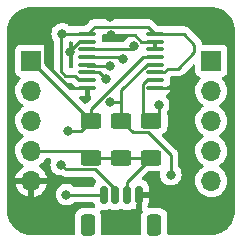
<source format=gbr>
%TF.GenerationSoftware,KiCad,Pcbnew,(6.0.0-0)*%
%TF.CreationDate,2022-02-05T18:01:00-08:00*%
%TF.ProjectId,pca9633pw-breakout,70636139-3633-4337-9077-2d627265616b,v1*%
%TF.SameCoordinates,Original*%
%TF.FileFunction,Copper,L1,Top*%
%TF.FilePolarity,Positive*%
%FSLAX46Y46*%
G04 Gerber Fmt 4.6, Leading zero omitted, Abs format (unit mm)*
G04 Created by KiCad (PCBNEW (6.0.0-0)) date 2022-02-05 18:01:00*
%MOMM*%
%LPD*%
G01*
G04 APERTURE LIST*
G04 Aperture macros list*
%AMRoundRect*
0 Rectangle with rounded corners*
0 $1 Rounding radius*
0 $2 $3 $4 $5 $6 $7 $8 $9 X,Y pos of 4 corners*
0 Add a 4 corners polygon primitive as box body*
4,1,4,$2,$3,$4,$5,$6,$7,$8,$9,$2,$3,0*
0 Add four circle primitives for the rounded corners*
1,1,$1+$1,$2,$3*
1,1,$1+$1,$4,$5*
1,1,$1+$1,$6,$7*
1,1,$1+$1,$8,$9*
0 Add four rect primitives between the rounded corners*
20,1,$1+$1,$2,$3,$4,$5,0*
20,1,$1+$1,$4,$5,$6,$7,0*
20,1,$1+$1,$6,$7,$8,$9,0*
20,1,$1+$1,$8,$9,$2,$3,0*%
G04 Aperture macros list end*
%TA.AperFunction,SMDPad,CuDef*%
%ADD10RoundRect,0.100000X-0.637500X-0.100000X0.637500X-0.100000X0.637500X0.100000X-0.637500X0.100000X0*%
%TD*%
%TA.AperFunction,SMDPad,CuDef*%
%ADD11RoundRect,0.250000X0.625000X-0.400000X0.625000X0.400000X-0.625000X0.400000X-0.625000X-0.400000X0*%
%TD*%
%TA.AperFunction,ComponentPad*%
%ADD12R,1.700000X1.700000*%
%TD*%
%TA.AperFunction,ComponentPad*%
%ADD13O,1.700000X1.700000*%
%TD*%
%TA.AperFunction,SMDPad,CuDef*%
%ADD14RoundRect,0.150000X0.150000X0.625000X-0.150000X0.625000X-0.150000X-0.625000X0.150000X-0.625000X0*%
%TD*%
%TA.AperFunction,SMDPad,CuDef*%
%ADD15RoundRect,0.250000X0.350000X0.650000X-0.350000X0.650000X-0.350000X-0.650000X0.350000X-0.650000X0*%
%TD*%
%TA.AperFunction,ViaPad*%
%ADD16C,0.800000*%
%TD*%
%TA.AperFunction,Conductor*%
%ADD17C,0.250000*%
%TD*%
G04 APERTURE END LIST*
D10*
%TO.P,U1,16,Vdd*%
%TO.N,+5V*%
X152722500Y-68845000D03*
%TO.P,U1,15,A6*%
%TO.N,GND*%
X152722500Y-69495000D03*
%TO.P,U1,14,A5*%
X152722500Y-70145000D03*
%TO.P,U1,13,SDA*%
%TO.N,/SDA*%
X152722500Y-70795000D03*
%TO.P,U1,12,SCL*%
%TO.N,/SCL*%
X152722500Y-71445000D03*
%TO.P,U1,11,A4*%
%TO.N,+5V*%
X152722500Y-72095000D03*
%TO.P,U1,10,OE*%
%TO.N,/~{OE}*%
X152722500Y-72745000D03*
%TO.P,U1,9,Vss*%
%TO.N,GND*%
X152722500Y-73395000D03*
%TO.P,U1,8,A3*%
X146997500Y-73395000D03*
%TO.P,U1,7,A2*%
%TO.N,+5V*%
X146997500Y-72745000D03*
%TO.P,U1,6,LED3*%
%TO.N,/LED3*%
X146997500Y-72095000D03*
%TO.P,U1,5,LED2*%
%TO.N,/LED2*%
X146997500Y-71445000D03*
%TO.P,U1,4,LED1*%
%TO.N,/LED1*%
X146997500Y-70795000D03*
%TO.P,U1,3,LED0*%
%TO.N,/LED0*%
X146997500Y-70145000D03*
%TO.P,U1,2,A1*%
%TO.N,GND*%
X146997500Y-69495000D03*
%TO.P,U1,1,A0*%
%TO.N,+5V*%
X146997500Y-68845000D03*
%TD*%
D11*
%TO.P,R3,1*%
%TO.N,+5V*%
X152400000Y-79315000D03*
%TO.P,R3,2*%
%TO.N,/~{OE}*%
X152400000Y-76215000D03*
%TD*%
%TO.P,R2,2*%
%TO.N,/SCL*%
X149860000Y-76215000D03*
%TO.P,R2,1*%
%TO.N,+5V*%
X149860000Y-79315000D03*
%TD*%
%TO.P,R1,2*%
%TO.N,/SDA*%
X147320000Y-76215000D03*
%TO.P,R1,1*%
%TO.N,+5V*%
X147320000Y-79315000D03*
%TD*%
D12*
%TO.P,J3,1,Pin_1*%
%TO.N,/LED0*%
X157480000Y-71125000D03*
D13*
%TO.P,J3,2,Pin_2*%
%TO.N,/LED1*%
X157480000Y-73665000D03*
%TO.P,J3,3,Pin_3*%
%TO.N,/LED2*%
X157480000Y-76205000D03*
%TO.P,J3,4,Pin_4*%
%TO.N,/LED3*%
X157480000Y-78745000D03*
%TO.P,J3,5,Pin_5*%
%TO.N,unconnected-(J3-Pad5)*%
X157480000Y-81285000D03*
%TD*%
D14*
%TO.P,J2,1,Pin_1*%
%TO.N,GND*%
X151360000Y-82460000D03*
%TO.P,J2,2,Pin_2*%
%TO.N,+5V*%
X150360000Y-82460000D03*
%TO.P,J2,3,Pin_3*%
%TO.N,/SDA*%
X149360000Y-82460000D03*
%TO.P,J2,4,Pin_4*%
%TO.N,/SCL*%
X148360000Y-82460000D03*
D15*
%TO.P,J2,MP*%
%TO.N,N/C*%
X152660000Y-84985000D03*
X147060000Y-84985000D03*
%TD*%
D12*
%TO.P,J1,1,Pin_1*%
%TO.N,/SDA*%
X142240000Y-71125000D03*
D13*
%TO.P,J1,2,Pin_2*%
%TO.N,/SCL*%
X142240000Y-73665000D03*
%TO.P,J1,3,Pin_3*%
%TO.N,/~{OE}*%
X142240000Y-76205000D03*
%TO.P,J1,4,Pin_4*%
%TO.N,+5V*%
X142240000Y-78745000D03*
%TO.P,J1,5,Pin_5*%
%TO.N,GND*%
X142240000Y-81285000D03*
%TD*%
D16*
%TO.N,GND*%
X148980000Y-68960000D03*
X155170000Y-72650000D03*
X142690000Y-67690000D03*
X145500000Y-70410000D03*
X148890000Y-67390000D03*
%TO.N,/SCL*%
X154060000Y-80770000D03*
%TO.N,/SDA*%
X145360000Y-77070000D03*
X144770000Y-79910000D03*
%TO.N,/SCL*%
X145220000Y-82460000D03*
%TO.N,+5V*%
X144860000Y-68840000D03*
%TO.N,/LED3*%
X148570000Y-72660000D03*
%TO.N,/LED2*%
X148880000Y-71530000D03*
%TO.N,/LED1*%
X150030000Y-71010000D03*
%TO.N,/LED0*%
X150920000Y-69900000D03*
%TO.N,/~{OE}*%
X153030000Y-74840000D03*
%TO.N,/SCL*%
X148920000Y-74630000D03*
%TD*%
D17*
%TO.N,+5V*%
X152722500Y-68845000D02*
X152112989Y-68235489D01*
X147607011Y-68235489D02*
X146997500Y-68845000D01*
X152112989Y-68235489D02*
X147607011Y-68235489D01*
%TO.N,GND*%
X152722500Y-69495000D02*
X151539614Y-69495000D01*
X151539614Y-69495000D02*
X151004614Y-68960000D01*
X151004614Y-68960000D02*
X148980000Y-68960000D01*
X152722500Y-73395000D02*
X154425000Y-73395000D01*
X154425000Y-73395000D02*
X155170000Y-72650000D01*
%TO.N,+5V*%
X153784520Y-71795480D02*
X154679134Y-71795480D01*
X155145000Y-68845000D02*
X152722500Y-68845000D01*
X154679134Y-71795480D02*
X156054511Y-70420103D01*
X156054511Y-69754511D02*
X155145000Y-68845000D01*
X156054511Y-70420103D02*
X156054511Y-69754511D01*
%TO.N,/~{OE}*%
X153030000Y-74840000D02*
X153030000Y-75585000D01*
X153030000Y-75585000D02*
X152400000Y-76215000D01*
%TO.N,/SCL*%
X149860000Y-76215000D02*
X149860000Y-74750000D01*
X149860000Y-74750000D02*
X149860000Y-73619639D01*
X148920000Y-74630000D02*
X149740000Y-74630000D01*
X149740000Y-74630000D02*
X149860000Y-74750000D01*
%TO.N,GND*%
X146997500Y-73395000D02*
X145509283Y-73395000D01*
X145509283Y-73395000D02*
X143420000Y-71305717D01*
X143420000Y-71305717D02*
X143420000Y-67670000D01*
X146997500Y-69495000D02*
X146309639Y-69495000D01*
X146309639Y-69495000D02*
X145500000Y-70304639D01*
X145500000Y-70304639D02*
X145500000Y-70410000D01*
%TO.N,+5V*%
X145120841Y-72370841D02*
X144775489Y-72025489D01*
X144775489Y-72025489D02*
X144775489Y-68924511D01*
X144775489Y-68924511D02*
X144860000Y-68840000D01*
X145935480Y-72370841D02*
X145120841Y-72370841D01*
%TO.N,/SCL*%
X154060000Y-80770000D02*
X154060000Y-79137507D01*
X152112013Y-77189520D02*
X150834520Y-77189520D01*
X154060000Y-79137507D02*
X152112013Y-77189520D01*
X150834520Y-77189520D02*
X149860000Y-76215000D01*
%TO.N,/SDA*%
X145360000Y-77070000D02*
X146465000Y-77070000D01*
X146465000Y-77070000D02*
X147320000Y-76215000D01*
X149360000Y-82460000D02*
X149360000Y-82013928D01*
X145149520Y-80289520D02*
X144770000Y-79910000D01*
X149360000Y-82013928D02*
X147635592Y-80289520D01*
X147635592Y-80289520D02*
X145149520Y-80289520D01*
%TO.N,/SCL*%
X148360000Y-82460000D02*
X145220000Y-82460000D01*
%TO.N,+5V*%
X144860000Y-68840000D02*
X146992500Y-68840000D01*
X146992500Y-68840000D02*
X146997500Y-68845000D01*
X146997500Y-72745000D02*
X146309639Y-72745000D01*
X146309639Y-72745000D02*
X145935480Y-72370841D01*
X146295000Y-68845000D02*
X146997500Y-68845000D01*
X152722500Y-68845000D02*
X153410361Y-68845000D01*
X153784520Y-71795480D02*
X153485000Y-72095000D01*
X153485000Y-72095000D02*
X152722500Y-72095000D01*
%TO.N,/LED3*%
X148570000Y-72660000D02*
X148005000Y-72095000D01*
X148005000Y-72095000D02*
X146997500Y-72095000D01*
%TO.N,/LED2*%
X148880000Y-71530000D02*
X147082500Y-71530000D01*
X147082500Y-71530000D02*
X146997500Y-71445000D01*
%TO.N,/LED1*%
X150030000Y-71010000D02*
X149815000Y-70795000D01*
X149815000Y-70795000D02*
X146997500Y-70795000D01*
%TO.N,/LED0*%
X150920000Y-69900000D02*
X150675000Y-70145000D01*
X150675000Y-70145000D02*
X146997500Y-70145000D01*
%TO.N,/SDA*%
X147320000Y-76215000D02*
X147320000Y-76205000D01*
X147320000Y-76205000D02*
X142240000Y-71125000D01*
X147320000Y-76215000D02*
X147320000Y-75205386D01*
X147320000Y-75205386D02*
X151730386Y-70795000D01*
X151730386Y-70795000D02*
X152722500Y-70795000D01*
%TO.N,+5V*%
X147320000Y-79315000D02*
X146750000Y-78745000D01*
X146750000Y-78745000D02*
X142240000Y-78745000D01*
X150360000Y-82460000D02*
X150360000Y-81355000D01*
X150360000Y-81355000D02*
X152400000Y-79315000D01*
X149860000Y-79315000D02*
X147320000Y-79315000D01*
X152400000Y-79315000D02*
X149860000Y-79315000D01*
%TO.N,/~{OE}*%
X152400000Y-76215000D02*
X151660480Y-75475480D01*
X151660480Y-75475480D02*
X151660480Y-73119159D01*
X151660480Y-73119159D02*
X152034639Y-72745000D01*
X152034639Y-72745000D02*
X152722500Y-72745000D01*
%TO.N,/SCL*%
X152034639Y-71445000D02*
X152722500Y-71445000D01*
X149860000Y-73619639D02*
X152034639Y-71445000D01*
%TD*%
%TA.AperFunction,Conductor*%
%TO.N,GND*%
G36*
X157450057Y-66549500D02*
G01*
X157464858Y-66551805D01*
X157464861Y-66551805D01*
X157473730Y-66553186D01*
X157489999Y-66551059D01*
X157514567Y-66550266D01*
X157736985Y-66564844D01*
X157753326Y-66566995D01*
X157997824Y-66615629D01*
X158013743Y-66619895D01*
X158249790Y-66700022D01*
X158265017Y-66706329D01*
X158488592Y-66816584D01*
X158502865Y-66824825D01*
X158710133Y-66963316D01*
X158723210Y-66973349D01*
X158910632Y-67137714D01*
X158922286Y-67149368D01*
X159086651Y-67336790D01*
X159096684Y-67349867D01*
X159235175Y-67557135D01*
X159243416Y-67571408D01*
X159353671Y-67794983D01*
X159359978Y-67810210D01*
X159440105Y-68046257D01*
X159444371Y-68062176D01*
X159493005Y-68306673D01*
X159495156Y-68323014D01*
X159509264Y-68538268D01*
X159508239Y-68561304D01*
X159508196Y-68564854D01*
X159506814Y-68573730D01*
X159508454Y-68586270D01*
X159510936Y-68605251D01*
X159512000Y-68621589D01*
X159512000Y-83770672D01*
X159510500Y-83790056D01*
X159506814Y-83813730D01*
X159508941Y-83829999D01*
X159509734Y-83854567D01*
X159495156Y-84076985D01*
X159493005Y-84093326D01*
X159444371Y-84337824D01*
X159440105Y-84353743D01*
X159359978Y-84589790D01*
X159353671Y-84605017D01*
X159243416Y-84828592D01*
X159235175Y-84842865D01*
X159096684Y-85050133D01*
X159086651Y-85063210D01*
X158922286Y-85250632D01*
X158910632Y-85262286D01*
X158723210Y-85426651D01*
X158710133Y-85436684D01*
X158502865Y-85575175D01*
X158488592Y-85583416D01*
X158265017Y-85693671D01*
X158249790Y-85699978D01*
X158013743Y-85780105D01*
X157997824Y-85784371D01*
X157753327Y-85833005D01*
X157736986Y-85835156D01*
X157521732Y-85849264D01*
X157498696Y-85848239D01*
X157495146Y-85848196D01*
X157486270Y-85846814D01*
X157457762Y-85850542D01*
X157454749Y-85850936D01*
X157438411Y-85852000D01*
X153891000Y-85852000D01*
X153822879Y-85831998D01*
X153776386Y-85778342D01*
X153765656Y-85713157D01*
X153767278Y-85697323D01*
X153768500Y-85685400D01*
X153768500Y-84284600D01*
X153757526Y-84178834D01*
X153701550Y-84011054D01*
X153608478Y-83860652D01*
X153483303Y-83735695D01*
X153460888Y-83721878D01*
X153338968Y-83646725D01*
X153338966Y-83646724D01*
X153332738Y-83642885D01*
X153172254Y-83589655D01*
X153171389Y-83589368D01*
X153171387Y-83589368D01*
X153164861Y-83587203D01*
X153158025Y-83586503D01*
X153158022Y-83586502D01*
X153106047Y-83581177D01*
X153060400Y-83576500D01*
X152259600Y-83576500D01*
X152256354Y-83576837D01*
X152256350Y-83576837D01*
X152236813Y-83578864D01*
X152214525Y-83581177D01*
X152144705Y-83568313D01*
X152092923Y-83519742D01*
X152075620Y-83450886D01*
X152093068Y-83391711D01*
X152114648Y-83355221D01*
X152120893Y-83340790D01*
X152163269Y-83194935D01*
X152165570Y-83182333D01*
X152167807Y-83153916D01*
X152168000Y-83148986D01*
X152168000Y-82732115D01*
X152163525Y-82716876D01*
X152162135Y-82715671D01*
X152154452Y-82714000D01*
X151632115Y-82714000D01*
X151616876Y-82718475D01*
X151615671Y-82719865D01*
X151614000Y-82727548D01*
X151614000Y-83721878D01*
X151618475Y-83737117D01*
X151640384Y-83756102D01*
X151649119Y-83760090D01*
X151687506Y-83819814D01*
X151687510Y-83890811D01*
X151673872Y-83921434D01*
X151617885Y-84012262D01*
X151562203Y-84180139D01*
X151551500Y-84284600D01*
X151551500Y-85685400D01*
X151551836Y-85688641D01*
X151551837Y-85688655D01*
X151554363Y-85712998D01*
X151541498Y-85782819D01*
X151492926Y-85834600D01*
X151429036Y-85852000D01*
X148291000Y-85852000D01*
X148222879Y-85831998D01*
X148176386Y-85778342D01*
X148165656Y-85713157D01*
X148167278Y-85697323D01*
X148168500Y-85685400D01*
X148168500Y-84284600D01*
X148157526Y-84178834D01*
X148101550Y-84011054D01*
X148054983Y-83935803D01*
X148036145Y-83867351D01*
X148057306Y-83799582D01*
X148111747Y-83754010D01*
X148162127Y-83743500D01*
X148576502Y-83743500D01*
X148578950Y-83743307D01*
X148578958Y-83743307D01*
X148607421Y-83741067D01*
X148607426Y-83741066D01*
X148613831Y-83740562D01*
X148713769Y-83711528D01*
X148765988Y-83696357D01*
X148765990Y-83696356D01*
X148773601Y-83694145D01*
X148780426Y-83690109D01*
X148795863Y-83680980D01*
X148864679Y-83663522D01*
X148924137Y-83680980D01*
X148939574Y-83690109D01*
X148946399Y-83694145D01*
X148954010Y-83696356D01*
X148954012Y-83696357D01*
X149006231Y-83711528D01*
X149106169Y-83740562D01*
X149112574Y-83741066D01*
X149112579Y-83741067D01*
X149141042Y-83743307D01*
X149141050Y-83743307D01*
X149143498Y-83743500D01*
X149576502Y-83743500D01*
X149578950Y-83743307D01*
X149578958Y-83743307D01*
X149607421Y-83741067D01*
X149607426Y-83741066D01*
X149613831Y-83740562D01*
X149713769Y-83711528D01*
X149765988Y-83696357D01*
X149765990Y-83696356D01*
X149773601Y-83694145D01*
X149780426Y-83690109D01*
X149795863Y-83680980D01*
X149864679Y-83663522D01*
X149924137Y-83680980D01*
X149939574Y-83690109D01*
X149946399Y-83694145D01*
X149954010Y-83696356D01*
X149954012Y-83696357D01*
X150006231Y-83711528D01*
X150106169Y-83740562D01*
X150112574Y-83741066D01*
X150112579Y-83741067D01*
X150141042Y-83743307D01*
X150141050Y-83743307D01*
X150143498Y-83743500D01*
X150576502Y-83743500D01*
X150578950Y-83743307D01*
X150578958Y-83743307D01*
X150607421Y-83741067D01*
X150607426Y-83741066D01*
X150613831Y-83740562D01*
X150713769Y-83711528D01*
X150765988Y-83696357D01*
X150765990Y-83696356D01*
X150773601Y-83694145D01*
X150796351Y-83680690D01*
X150865165Y-83663230D01*
X150924630Y-83680689D01*
X150939779Y-83689648D01*
X150954210Y-83695893D01*
X151088605Y-83734939D01*
X151102706Y-83734899D01*
X151106000Y-83727630D01*
X151106000Y-83402570D01*
X151116115Y-83353725D01*
X151119145Y-83348601D01*
X151121355Y-83340993D01*
X151121357Y-83340989D01*
X151163767Y-83195008D01*
X151165562Y-83188831D01*
X151166074Y-83182333D01*
X151168307Y-83153958D01*
X151168307Y-83153950D01*
X151168500Y-83151502D01*
X151168500Y-82332000D01*
X151188502Y-82263879D01*
X151242158Y-82217386D01*
X151294500Y-82206000D01*
X152149884Y-82206000D01*
X152165123Y-82201525D01*
X152166328Y-82200135D01*
X152167999Y-82192452D01*
X152167999Y-81771017D01*
X152167805Y-81766080D01*
X152165570Y-81737664D01*
X152163270Y-81725069D01*
X152120893Y-81579210D01*
X152114648Y-81564779D01*
X152038089Y-81435322D01*
X152028449Y-81422896D01*
X151922104Y-81316551D01*
X151909678Y-81306911D01*
X151780221Y-81230352D01*
X151765788Y-81224106D01*
X151676711Y-81198227D01*
X151616876Y-81160014D01*
X151587198Y-81095518D01*
X151597101Y-81025215D01*
X151622769Y-80988135D01*
X152100499Y-80510405D01*
X152162811Y-80476379D01*
X152189594Y-80473500D01*
X153037722Y-80473500D01*
X153105843Y-80493502D01*
X153152336Y-80547158D01*
X153163032Y-80612670D01*
X153146496Y-80770000D01*
X153147186Y-80776565D01*
X153162945Y-80926499D01*
X153166458Y-80959928D01*
X153225473Y-81141556D01*
X153228776Y-81147278D01*
X153228777Y-81147279D01*
X153251224Y-81186158D01*
X153320960Y-81306944D01*
X153325378Y-81311851D01*
X153325379Y-81311852D01*
X153430133Y-81428193D01*
X153448747Y-81448866D01*
X153547843Y-81520864D01*
X153597528Y-81556962D01*
X153603248Y-81561118D01*
X153609276Y-81563802D01*
X153609278Y-81563803D01*
X153771681Y-81636109D01*
X153777712Y-81638794D01*
X153871113Y-81658647D01*
X153958056Y-81677128D01*
X153958061Y-81677128D01*
X153964513Y-81678500D01*
X154155487Y-81678500D01*
X154161939Y-81677128D01*
X154161944Y-81677128D01*
X154248887Y-81658647D01*
X154342288Y-81638794D01*
X154348319Y-81636109D01*
X154510722Y-81563803D01*
X154510724Y-81563802D01*
X154516752Y-81561118D01*
X154522473Y-81556962D01*
X154572157Y-81520864D01*
X154671253Y-81448866D01*
X154689867Y-81428193D01*
X154794621Y-81311852D01*
X154794622Y-81311851D01*
X154799040Y-81306944D01*
X154868776Y-81186158D01*
X154891223Y-81147279D01*
X154891224Y-81147278D01*
X154894527Y-81141556D01*
X154953542Y-80959928D01*
X154957056Y-80926499D01*
X154972814Y-80776565D01*
X154973504Y-80770000D01*
X154972814Y-80763435D01*
X154954232Y-80586635D01*
X154954232Y-80586633D01*
X154953542Y-80580072D01*
X154894527Y-80398444D01*
X154799040Y-80233056D01*
X154725863Y-80151785D01*
X154695147Y-80087779D01*
X154693500Y-80067476D01*
X154693500Y-79216275D01*
X154694027Y-79205092D01*
X154695702Y-79197599D01*
X154693562Y-79129508D01*
X154693500Y-79125551D01*
X154693500Y-79097651D01*
X154692996Y-79093660D01*
X154692063Y-79081818D01*
X154690923Y-79045543D01*
X154690674Y-79037618D01*
X154685021Y-79018159D01*
X154681012Y-78998800D01*
X154680846Y-78997490D01*
X154678474Y-78978710D01*
X154675558Y-78971344D01*
X154675556Y-78971338D01*
X154662200Y-78937605D01*
X154658355Y-78926375D01*
X154648230Y-78891524D01*
X154648230Y-78891523D01*
X154646019Y-78883914D01*
X154635705Y-78866473D01*
X154627008Y-78848720D01*
X154622472Y-78837265D01*
X154619552Y-78829890D01*
X154593563Y-78794119D01*
X154587047Y-78784199D01*
X154568578Y-78752970D01*
X154564542Y-78746145D01*
X154550221Y-78731824D01*
X154537380Y-78716790D01*
X154530131Y-78706813D01*
X154525472Y-78700400D01*
X154491395Y-78672209D01*
X154482616Y-78664219D01*
X153322771Y-77504374D01*
X153288745Y-77442062D01*
X153293810Y-77371247D01*
X153336357Y-77314411D01*
X153349085Y-77306775D01*
X153348946Y-77306550D01*
X153493120Y-77217332D01*
X153499348Y-77213478D01*
X153624305Y-77088303D01*
X153628146Y-77082072D01*
X153713275Y-76943968D01*
X153713276Y-76943966D01*
X153717115Y-76937738D01*
X153772797Y-76769861D01*
X153783500Y-76665400D01*
X153783500Y-75764600D01*
X153783122Y-75760954D01*
X153773238Y-75665692D01*
X153773237Y-75665688D01*
X153772526Y-75658834D01*
X153726195Y-75519963D01*
X153723611Y-75449015D01*
X153752082Y-75395778D01*
X153764620Y-75381853D01*
X153769040Y-75376944D01*
X153864527Y-75211556D01*
X153923542Y-75029928D01*
X153930720Y-74961638D01*
X153942814Y-74846565D01*
X153943504Y-74840000D01*
X153930761Y-74718758D01*
X153924232Y-74656635D01*
X153924232Y-74656633D01*
X153923542Y-74650072D01*
X153864527Y-74468444D01*
X153769040Y-74303056D01*
X153670913Y-74194075D01*
X153640196Y-74130068D01*
X153648960Y-74059614D01*
X153687844Y-74009803D01*
X153787083Y-73933653D01*
X153798656Y-73922080D01*
X153886059Y-73808176D01*
X153894247Y-73793993D01*
X153949189Y-73661351D01*
X153953428Y-73645531D01*
X153957716Y-73612960D01*
X153955505Y-73598778D01*
X153942348Y-73595000D01*
X153753337Y-73595000D01*
X153685216Y-73574998D01*
X153638723Y-73521342D01*
X153628619Y-73451068D01*
X153658113Y-73386488D01*
X153676632Y-73369038D01*
X153787436Y-73284014D01*
X153787437Y-73284013D01*
X153793987Y-73278987D01*
X153820608Y-73244295D01*
X153877946Y-73202428D01*
X153920569Y-73195000D01*
X153941965Y-73195000D01*
X153955736Y-73190956D01*
X153957765Y-73177417D01*
X153953428Y-73144467D01*
X153949190Y-73128652D01*
X153945140Y-73118874D01*
X153937550Y-73048285D01*
X153945140Y-73022434D01*
X153945801Y-73020840D01*
X153952838Y-73003850D01*
X153968500Y-72884885D01*
X153968499Y-72605116D01*
X153965242Y-72580376D01*
X153976182Y-72510227D01*
X154001069Y-72474835D01*
X154010019Y-72465885D01*
X154072331Y-72431859D01*
X154099114Y-72428980D01*
X154600367Y-72428980D01*
X154611550Y-72429507D01*
X154619043Y-72431182D01*
X154626969Y-72430933D01*
X154626970Y-72430933D01*
X154687120Y-72429042D01*
X154691079Y-72428980D01*
X154718990Y-72428980D01*
X154722925Y-72428483D01*
X154722990Y-72428475D01*
X154734827Y-72427542D01*
X154767085Y-72426528D01*
X154771104Y-72426402D01*
X154779023Y-72426153D01*
X154798477Y-72420501D01*
X154817834Y-72416493D01*
X154830064Y-72414948D01*
X154830065Y-72414948D01*
X154837931Y-72413954D01*
X154845302Y-72411035D01*
X154845304Y-72411035D01*
X154879046Y-72397676D01*
X154890276Y-72393831D01*
X154925117Y-72383709D01*
X154925118Y-72383709D01*
X154932727Y-72381498D01*
X154939546Y-72377465D01*
X154939551Y-72377463D01*
X154950162Y-72371187D01*
X154967910Y-72362492D01*
X154986751Y-72355032D01*
X155022521Y-72329044D01*
X155032441Y-72322528D01*
X155063669Y-72304060D01*
X155063672Y-72304058D01*
X155070496Y-72300022D01*
X155084817Y-72285701D01*
X155099851Y-72272860D01*
X155109828Y-72265611D01*
X155116241Y-72260952D01*
X155121291Y-72254848D01*
X155121296Y-72254843D01*
X155144427Y-72226882D01*
X155152417Y-72218101D01*
X155906405Y-71464114D01*
X155968717Y-71430089D01*
X156039533Y-71435154D01*
X156096368Y-71477701D01*
X156121179Y-71544221D01*
X156121500Y-71553210D01*
X156121500Y-72023134D01*
X156128255Y-72085316D01*
X156179385Y-72221705D01*
X156266739Y-72338261D01*
X156383295Y-72425615D01*
X156391704Y-72428767D01*
X156391705Y-72428768D01*
X156500451Y-72469535D01*
X156557216Y-72512176D01*
X156581916Y-72578738D01*
X156566709Y-72648087D01*
X156547316Y-72674568D01*
X156420629Y-72807138D01*
X156294743Y-72991680D01*
X156268468Y-73048285D01*
X156208703Y-73177039D01*
X156200688Y-73194305D01*
X156140989Y-73409570D01*
X156117251Y-73631695D01*
X156117548Y-73636848D01*
X156117548Y-73636851D01*
X156123011Y-73731590D01*
X156130110Y-73854715D01*
X156131247Y-73859761D01*
X156131248Y-73859767D01*
X156147414Y-73931500D01*
X156179222Y-74072639D01*
X156263266Y-74279616D01*
X156275575Y-74299702D01*
X156375473Y-74462721D01*
X156379987Y-74470088D01*
X156526250Y-74638938D01*
X156698126Y-74781632D01*
X156704944Y-74785616D01*
X156771445Y-74824476D01*
X156820169Y-74876114D01*
X156833240Y-74945897D01*
X156806509Y-75011669D01*
X156766055Y-75045027D01*
X156753607Y-75051507D01*
X156749474Y-75054610D01*
X156749471Y-75054612D01*
X156636271Y-75139605D01*
X156574965Y-75185635D01*
X156420629Y-75347138D01*
X156294743Y-75531680D01*
X156279003Y-75565590D01*
X156206497Y-75721791D01*
X156200688Y-75734305D01*
X156140989Y-75949570D01*
X156117251Y-76171695D01*
X156117548Y-76176848D01*
X156117548Y-76176851D01*
X156123011Y-76271590D01*
X156130110Y-76394715D01*
X156131247Y-76399761D01*
X156131248Y-76399767D01*
X156151119Y-76487939D01*
X156179222Y-76612639D01*
X156263266Y-76819616D01*
X156379987Y-77010088D01*
X156526250Y-77178938D01*
X156698126Y-77321632D01*
X156764376Y-77360345D01*
X156771445Y-77364476D01*
X156820169Y-77416114D01*
X156833240Y-77485897D01*
X156806509Y-77551669D01*
X156766055Y-77585027D01*
X156753607Y-77591507D01*
X156749474Y-77594610D01*
X156749471Y-77594612D01*
X156579100Y-77722530D01*
X156574965Y-77725635D01*
X156420629Y-77887138D01*
X156417715Y-77891410D01*
X156417714Y-77891411D01*
X156365763Y-77967568D01*
X156294743Y-78071680D01*
X156200688Y-78274305D01*
X156140989Y-78489570D01*
X156117251Y-78711695D01*
X156117548Y-78716848D01*
X156117548Y-78716851D01*
X156123011Y-78811590D01*
X156130110Y-78934715D01*
X156131247Y-78939761D01*
X156131248Y-78939767D01*
X156153392Y-79038023D01*
X156179222Y-79152639D01*
X156263266Y-79359616D01*
X156265965Y-79364020D01*
X156375911Y-79543436D01*
X156379987Y-79550088D01*
X156526250Y-79718938D01*
X156698126Y-79861632D01*
X156768595Y-79902811D01*
X156771445Y-79904476D01*
X156820169Y-79956114D01*
X156833240Y-80025897D01*
X156806509Y-80091669D01*
X156766055Y-80125027D01*
X156753607Y-80131507D01*
X156749474Y-80134610D01*
X156749471Y-80134612D01*
X156601962Y-80245365D01*
X156574965Y-80265635D01*
X156553544Y-80288051D01*
X156442044Y-80404729D01*
X156420629Y-80427138D01*
X156417715Y-80431410D01*
X156417714Y-80431411D01*
X156363828Y-80510405D01*
X156294743Y-80611680D01*
X156279003Y-80645590D01*
X156216535Y-80780166D01*
X156200688Y-80814305D01*
X156140989Y-81029570D01*
X156117251Y-81251695D01*
X156117548Y-81256848D01*
X156117548Y-81256851D01*
X156123011Y-81351590D01*
X156130110Y-81474715D01*
X156131247Y-81479761D01*
X156131248Y-81479767D01*
X156145449Y-81542778D01*
X156179222Y-81692639D01*
X156263266Y-81899616D01*
X156277630Y-81923056D01*
X156375473Y-82082721D01*
X156379987Y-82090088D01*
X156526250Y-82258938D01*
X156698126Y-82401632D01*
X156891000Y-82514338D01*
X157099692Y-82594030D01*
X157104760Y-82595061D01*
X157104763Y-82595062D01*
X157199862Y-82614410D01*
X157318597Y-82638567D01*
X157323772Y-82638757D01*
X157323774Y-82638757D01*
X157536673Y-82646564D01*
X157536677Y-82646564D01*
X157541837Y-82646753D01*
X157546957Y-82646097D01*
X157546959Y-82646097D01*
X157758288Y-82619025D01*
X157758289Y-82619025D01*
X157763416Y-82618368D01*
X157768366Y-82616883D01*
X157972429Y-82555661D01*
X157972434Y-82555659D01*
X157977384Y-82554174D01*
X158177994Y-82455896D01*
X158359860Y-82326173D01*
X158409572Y-82276635D01*
X158514435Y-82172137D01*
X158518096Y-82168489D01*
X158577594Y-82085689D01*
X158645435Y-81991277D01*
X158648453Y-81987077D01*
X158747430Y-81786811D01*
X158806860Y-81591206D01*
X158810865Y-81578023D01*
X158810865Y-81578021D01*
X158812370Y-81573069D01*
X158841529Y-81351590D01*
X158843156Y-81285000D01*
X158824852Y-81062361D01*
X158770431Y-80845702D01*
X158681354Y-80640840D01*
X158586037Y-80493502D01*
X158562822Y-80457617D01*
X158562820Y-80457614D01*
X158560014Y-80453277D01*
X158409670Y-80288051D01*
X158405619Y-80284852D01*
X158405615Y-80284848D01*
X158238414Y-80152800D01*
X158238410Y-80152798D01*
X158234359Y-80149598D01*
X158193053Y-80126796D01*
X158143084Y-80076364D01*
X158128312Y-80006921D01*
X158153428Y-79940516D01*
X158180780Y-79913909D01*
X158224603Y-79882650D01*
X158359860Y-79786173D01*
X158518096Y-79628489D01*
X158551242Y-79582362D01*
X158645435Y-79451277D01*
X158648453Y-79447077D01*
X158652145Y-79439608D01*
X158745136Y-79251453D01*
X158745137Y-79251451D01*
X158747430Y-79246811D01*
X158784272Y-79125551D01*
X158810865Y-79038023D01*
X158810865Y-79038021D01*
X158812370Y-79033069D01*
X158841529Y-78811590D01*
X158843156Y-78745000D01*
X158824852Y-78522361D01*
X158770431Y-78305702D01*
X158681354Y-78100840D01*
X158602209Y-77978500D01*
X158562822Y-77917617D01*
X158562820Y-77917614D01*
X158560014Y-77913277D01*
X158409670Y-77748051D01*
X158405619Y-77744852D01*
X158405615Y-77744848D01*
X158238414Y-77612800D01*
X158238410Y-77612798D01*
X158234359Y-77609598D01*
X158193053Y-77586796D01*
X158143084Y-77536364D01*
X158128312Y-77466921D01*
X158153428Y-77400516D01*
X158180780Y-77373909D01*
X158224603Y-77342650D01*
X158359860Y-77246173D01*
X158392670Y-77213478D01*
X158508740Y-77097812D01*
X158518096Y-77088489D01*
X158577594Y-77005689D01*
X158645435Y-76911277D01*
X158648453Y-76907077D01*
X158664903Y-76873794D01*
X158745136Y-76711453D01*
X158745137Y-76711451D01*
X158747430Y-76706811D01*
X158812370Y-76493069D01*
X158841529Y-76271590D01*
X158841742Y-76262892D01*
X158843074Y-76208365D01*
X158843074Y-76208361D01*
X158843156Y-76205000D01*
X158824852Y-75982361D01*
X158770431Y-75765702D01*
X158681354Y-75560840D01*
X158560014Y-75373277D01*
X158409670Y-75208051D01*
X158405619Y-75204852D01*
X158405615Y-75204848D01*
X158238414Y-75072800D01*
X158238410Y-75072798D01*
X158234359Y-75069598D01*
X158193053Y-75046796D01*
X158143084Y-74996364D01*
X158128312Y-74926921D01*
X158153428Y-74860516D01*
X158180780Y-74833909D01*
X158248484Y-74785616D01*
X158359860Y-74706173D01*
X158409572Y-74656635D01*
X158514435Y-74552137D01*
X158518096Y-74548489D01*
X158577594Y-74465689D01*
X158645435Y-74371277D01*
X158648453Y-74367077D01*
X158672662Y-74318095D01*
X158745136Y-74171453D01*
X158745137Y-74171451D01*
X158747430Y-74166811D01*
X158812370Y-73953069D01*
X158841529Y-73731590D01*
X158843156Y-73665000D01*
X158824852Y-73442361D01*
X158770431Y-73225702D01*
X158681354Y-73020840D01*
X158560014Y-72833277D01*
X158556532Y-72829450D01*
X158412798Y-72671488D01*
X158381746Y-72607642D01*
X158390141Y-72537143D01*
X158435317Y-72482375D01*
X158461761Y-72468706D01*
X158568297Y-72428767D01*
X158576705Y-72425615D01*
X158693261Y-72338261D01*
X158780615Y-72221705D01*
X158831745Y-72085316D01*
X158838500Y-72023134D01*
X158838500Y-70226866D01*
X158831745Y-70164684D01*
X158780615Y-70028295D01*
X158693261Y-69911739D01*
X158576705Y-69824385D01*
X158440316Y-69773255D01*
X158378134Y-69766500D01*
X156809513Y-69766500D01*
X156741392Y-69746498D01*
X156694899Y-69692842D01*
X156685395Y-69661309D01*
X156685185Y-69654622D01*
X156682974Y-69647013D01*
X156682973Y-69647005D01*
X156679534Y-69635170D01*
X156675523Y-69615806D01*
X156673978Y-69603575D01*
X156672985Y-69595714D01*
X156670068Y-69588347D01*
X156670067Y-69588342D01*
X156656709Y-69554603D01*
X156652865Y-69543376D01*
X156646872Y-69522750D01*
X156640529Y-69500918D01*
X156630218Y-69483483D01*
X156621523Y-69465735D01*
X156614063Y-69446894D01*
X156607487Y-69437842D01*
X156588075Y-69411124D01*
X156581559Y-69401204D01*
X156563091Y-69369976D01*
X156563089Y-69369973D01*
X156559053Y-69363149D01*
X156544732Y-69348828D01*
X156531891Y-69333794D01*
X156524642Y-69323817D01*
X156519983Y-69317404D01*
X156513878Y-69312353D01*
X156513873Y-69312348D01*
X156485907Y-69289212D01*
X156477129Y-69281224D01*
X155648652Y-68452747D01*
X155641112Y-68444461D01*
X155637000Y-68437982D01*
X155587348Y-68391356D01*
X155584507Y-68388602D01*
X155564770Y-68368865D01*
X155561573Y-68366385D01*
X155552551Y-68358680D01*
X155526100Y-68333841D01*
X155520321Y-68328414D01*
X155513375Y-68324595D01*
X155513372Y-68324593D01*
X155502566Y-68318652D01*
X155486047Y-68307801D01*
X155484593Y-68306673D01*
X155470041Y-68295386D01*
X155462772Y-68292241D01*
X155462768Y-68292238D01*
X155429463Y-68277826D01*
X155418813Y-68272609D01*
X155380060Y-68251305D01*
X155360437Y-68246267D01*
X155341734Y-68239863D01*
X155330420Y-68234967D01*
X155330419Y-68234967D01*
X155323145Y-68231819D01*
X155315322Y-68230580D01*
X155315312Y-68230577D01*
X155279476Y-68224901D01*
X155267856Y-68222495D01*
X155232711Y-68213472D01*
X155232710Y-68213472D01*
X155225030Y-68211500D01*
X155204776Y-68211500D01*
X155185065Y-68209949D01*
X155172886Y-68208020D01*
X155165057Y-68206780D01*
X155157165Y-68207526D01*
X155121039Y-68210941D01*
X155109181Y-68211500D01*
X153687168Y-68211500D01*
X153638950Y-68201909D01*
X153526479Y-68155322D01*
X153518850Y-68152162D01*
X153510662Y-68151084D01*
X153403972Y-68137038D01*
X153403971Y-68137038D01*
X153399885Y-68136500D01*
X152962095Y-68136500D01*
X152893974Y-68116498D01*
X152873000Y-68099595D01*
X152616641Y-67843236D01*
X152609101Y-67834950D01*
X152604989Y-67828471D01*
X152579023Y-67804087D01*
X152555338Y-67781846D01*
X152552496Y-67779091D01*
X152532759Y-67759354D01*
X152529562Y-67756874D01*
X152520540Y-67749169D01*
X152507111Y-67736558D01*
X152488310Y-67718903D01*
X152481364Y-67715084D01*
X152481361Y-67715082D01*
X152470555Y-67709141D01*
X152454036Y-67698290D01*
X152453572Y-67697930D01*
X152438030Y-67685875D01*
X152430761Y-67682730D01*
X152430757Y-67682727D01*
X152397452Y-67668315D01*
X152386802Y-67663098D01*
X152348049Y-67641794D01*
X152328426Y-67636756D01*
X152309723Y-67630352D01*
X152298409Y-67625456D01*
X152298408Y-67625456D01*
X152291134Y-67622308D01*
X152283311Y-67621069D01*
X152283301Y-67621066D01*
X152247465Y-67615390D01*
X152235845Y-67612984D01*
X152200700Y-67603961D01*
X152200699Y-67603961D01*
X152193019Y-67601989D01*
X152172765Y-67601989D01*
X152153054Y-67600438D01*
X152140875Y-67598509D01*
X152133046Y-67597269D01*
X152103775Y-67600036D01*
X152089028Y-67601430D01*
X152077170Y-67601989D01*
X147685779Y-67601989D01*
X147674596Y-67601462D01*
X147667103Y-67599787D01*
X147659177Y-67600036D01*
X147659176Y-67600036D01*
X147599013Y-67601927D01*
X147595055Y-67601989D01*
X147567155Y-67601989D01*
X147563165Y-67602493D01*
X147551331Y-67603425D01*
X147507122Y-67604815D01*
X147499508Y-67607027D01*
X147499503Y-67607028D01*
X147487670Y-67610466D01*
X147468307Y-67614477D01*
X147448214Y-67617015D01*
X147440847Y-67619932D01*
X147440842Y-67619933D01*
X147407103Y-67633291D01*
X147395876Y-67637135D01*
X147353418Y-67649471D01*
X147346592Y-67653508D01*
X147335983Y-67659782D01*
X147318235Y-67668477D01*
X147299394Y-67675937D01*
X147292978Y-67680599D01*
X147292977Y-67680599D01*
X147263624Y-67701925D01*
X147253704Y-67708441D01*
X147222476Y-67726909D01*
X147222473Y-67726911D01*
X147215649Y-67730947D01*
X147201328Y-67745268D01*
X147186295Y-67758108D01*
X147169904Y-67770017D01*
X147143125Y-67802388D01*
X147141719Y-67804087D01*
X147133729Y-67812867D01*
X146847000Y-68099596D01*
X146784688Y-68133622D01*
X146757905Y-68136501D01*
X146320116Y-68136501D01*
X146316031Y-68137039D01*
X146316027Y-68137039D01*
X146209337Y-68151084D01*
X146209335Y-68151084D01*
X146201150Y-68152162D01*
X146093121Y-68196909D01*
X146044903Y-68206500D01*
X145568200Y-68206500D01*
X145500079Y-68186498D01*
X145480853Y-68170157D01*
X145480580Y-68170460D01*
X145475668Y-68166037D01*
X145471253Y-68161134D01*
X145335050Y-68062176D01*
X145322094Y-68052763D01*
X145322093Y-68052762D01*
X145316752Y-68048882D01*
X145310724Y-68046198D01*
X145310722Y-68046197D01*
X145148319Y-67973891D01*
X145148318Y-67973891D01*
X145142288Y-67971206D01*
X145020952Y-67945415D01*
X144961944Y-67932872D01*
X144961939Y-67932872D01*
X144955487Y-67931500D01*
X144764513Y-67931500D01*
X144758061Y-67932872D01*
X144758056Y-67932872D01*
X144699048Y-67945415D01*
X144577712Y-67971206D01*
X144571682Y-67973891D01*
X144571681Y-67973891D01*
X144409278Y-68046197D01*
X144409276Y-68046198D01*
X144403248Y-68048882D01*
X144397907Y-68052762D01*
X144397906Y-68052763D01*
X144384950Y-68062176D01*
X144248747Y-68161134D01*
X144244326Y-68166044D01*
X144244325Y-68166045D01*
X144130701Y-68292238D01*
X144120960Y-68303056D01*
X144025473Y-68468444D01*
X143966458Y-68650072D01*
X143946496Y-68840000D01*
X143947186Y-68846565D01*
X143964671Y-69012921D01*
X143966458Y-69029928D01*
X144025473Y-69211556D01*
X144118013Y-69371839D01*
X144118013Y-69371840D01*
X144120960Y-69376944D01*
X144120027Y-69377483D01*
X144141783Y-69438457D01*
X144141989Y-69445653D01*
X144141989Y-71826894D01*
X144121987Y-71895015D01*
X144068331Y-71941508D01*
X143998057Y-71951612D01*
X143933477Y-71922118D01*
X143926893Y-71915989D01*
X143837799Y-71826894D01*
X143635404Y-71624499D01*
X143601379Y-71562187D01*
X143598500Y-71535404D01*
X143598500Y-70226866D01*
X143591745Y-70164684D01*
X143540615Y-70028295D01*
X143453261Y-69911739D01*
X143336705Y-69824385D01*
X143200316Y-69773255D01*
X143138134Y-69766500D01*
X141341866Y-69766500D01*
X141279684Y-69773255D01*
X141143295Y-69824385D01*
X141026739Y-69911739D01*
X140939385Y-70028295D01*
X140888255Y-70164684D01*
X140881500Y-70226866D01*
X140881500Y-72023134D01*
X140888255Y-72085316D01*
X140939385Y-72221705D01*
X141026739Y-72338261D01*
X141143295Y-72425615D01*
X141151704Y-72428767D01*
X141151705Y-72428768D01*
X141260451Y-72469535D01*
X141317216Y-72512176D01*
X141341916Y-72578738D01*
X141326709Y-72648087D01*
X141307316Y-72674568D01*
X141180629Y-72807138D01*
X141054743Y-72991680D01*
X141028468Y-73048285D01*
X140968703Y-73177039D01*
X140960688Y-73194305D01*
X140900989Y-73409570D01*
X140877251Y-73631695D01*
X140877548Y-73636848D01*
X140877548Y-73636851D01*
X140883011Y-73731590D01*
X140890110Y-73854715D01*
X140891247Y-73859761D01*
X140891248Y-73859767D01*
X140907414Y-73931500D01*
X140939222Y-74072639D01*
X141023266Y-74279616D01*
X141035575Y-74299702D01*
X141135473Y-74462721D01*
X141139987Y-74470088D01*
X141286250Y-74638938D01*
X141458126Y-74781632D01*
X141464944Y-74785616D01*
X141531445Y-74824476D01*
X141580169Y-74876114D01*
X141593240Y-74945897D01*
X141566509Y-75011669D01*
X141526055Y-75045027D01*
X141513607Y-75051507D01*
X141509474Y-75054610D01*
X141509471Y-75054612D01*
X141396271Y-75139605D01*
X141334965Y-75185635D01*
X141180629Y-75347138D01*
X141054743Y-75531680D01*
X141039003Y-75565590D01*
X140966497Y-75721791D01*
X140960688Y-75734305D01*
X140900989Y-75949570D01*
X140877251Y-76171695D01*
X140877548Y-76176848D01*
X140877548Y-76176851D01*
X140883011Y-76271590D01*
X140890110Y-76394715D01*
X140891247Y-76399761D01*
X140891248Y-76399767D01*
X140911119Y-76487939D01*
X140939222Y-76612639D01*
X141023266Y-76819616D01*
X141139987Y-77010088D01*
X141286250Y-77178938D01*
X141458126Y-77321632D01*
X141524376Y-77360345D01*
X141531445Y-77364476D01*
X141580169Y-77416114D01*
X141593240Y-77485897D01*
X141566509Y-77551669D01*
X141526055Y-77585027D01*
X141513607Y-77591507D01*
X141509474Y-77594610D01*
X141509471Y-77594612D01*
X141339100Y-77722530D01*
X141334965Y-77725635D01*
X141180629Y-77887138D01*
X141177715Y-77891410D01*
X141177714Y-77891411D01*
X141125763Y-77967568D01*
X141054743Y-78071680D01*
X140960688Y-78274305D01*
X140900989Y-78489570D01*
X140877251Y-78711695D01*
X140877548Y-78716848D01*
X140877548Y-78716851D01*
X140883011Y-78811590D01*
X140890110Y-78934715D01*
X140891247Y-78939761D01*
X140891248Y-78939767D01*
X140913392Y-79038023D01*
X140939222Y-79152639D01*
X141023266Y-79359616D01*
X141025965Y-79364020D01*
X141135911Y-79543436D01*
X141139987Y-79550088D01*
X141286250Y-79718938D01*
X141458126Y-79861632D01*
X141529664Y-79903435D01*
X141531955Y-79904774D01*
X141580679Y-79956412D01*
X141593750Y-80026195D01*
X141567019Y-80091967D01*
X141526562Y-80125327D01*
X141518457Y-80129546D01*
X141509738Y-80135036D01*
X141339433Y-80262905D01*
X141331726Y-80269748D01*
X141184590Y-80423717D01*
X141178104Y-80431727D01*
X141058098Y-80607649D01*
X141053000Y-80616623D01*
X140963338Y-80809783D01*
X140959775Y-80819470D01*
X140904389Y-81019183D01*
X140905912Y-81027607D01*
X140918292Y-81031000D01*
X143558344Y-81031000D01*
X143571875Y-81027027D01*
X143573180Y-81017947D01*
X143531214Y-80850875D01*
X143527894Y-80841124D01*
X143442972Y-80645814D01*
X143438105Y-80636739D01*
X143322426Y-80457926D01*
X143316136Y-80449757D01*
X143172806Y-80292240D01*
X143165273Y-80285215D01*
X142998139Y-80153222D01*
X142989556Y-80147520D01*
X142952602Y-80127120D01*
X142902631Y-80076687D01*
X142887859Y-80007245D01*
X142912975Y-79940839D01*
X142940327Y-79914232D01*
X142963797Y-79897491D01*
X143119860Y-79786173D01*
X143278096Y-79628489D01*
X143311242Y-79582362D01*
X143405435Y-79451277D01*
X143408453Y-79447077D01*
X143410746Y-79442437D01*
X143412446Y-79439608D01*
X143464674Y-79391518D01*
X143520451Y-79378500D01*
X143814018Y-79378500D01*
X143882139Y-79398502D01*
X143928632Y-79452158D01*
X143938736Y-79522432D01*
X143933851Y-79543436D01*
X143876458Y-79720072D01*
X143875768Y-79726633D01*
X143875768Y-79726635D01*
X143869195Y-79789171D01*
X143856496Y-79910000D01*
X143857186Y-79916565D01*
X143870332Y-80041638D01*
X143876458Y-80099928D01*
X143935473Y-80281556D01*
X144030960Y-80446944D01*
X144035378Y-80451851D01*
X144035379Y-80451852D01*
X144121193Y-80547158D01*
X144158747Y-80588866D01*
X144190148Y-80611680D01*
X144296012Y-80688595D01*
X144313248Y-80701118D01*
X144319276Y-80703802D01*
X144319278Y-80703803D01*
X144453215Y-80763435D01*
X144487712Y-80778794D01*
X144581113Y-80798647D01*
X144668056Y-80817128D01*
X144668061Y-80817128D01*
X144674513Y-80818500D01*
X144757073Y-80818500D01*
X144820111Y-80835745D01*
X144824479Y-80839133D01*
X144865063Y-80856696D01*
X144875693Y-80861903D01*
X144914460Y-80883215D01*
X144922137Y-80885186D01*
X144922142Y-80885188D01*
X144934078Y-80888252D01*
X144952786Y-80894657D01*
X144971375Y-80902701D01*
X144979200Y-80903940D01*
X144979202Y-80903941D01*
X145015039Y-80909617D01*
X145026660Y-80912024D01*
X145061809Y-80921048D01*
X145069490Y-80923020D01*
X145089751Y-80923020D01*
X145109460Y-80924571D01*
X145129463Y-80927739D01*
X145137355Y-80926993D01*
X145142582Y-80926499D01*
X145173474Y-80923579D01*
X145185331Y-80923020D01*
X147320998Y-80923020D01*
X147389119Y-80943022D01*
X147410093Y-80959925D01*
X147692859Y-81242691D01*
X147726885Y-81305003D01*
X147721820Y-81375818D01*
X147695862Y-81416209D01*
X147696011Y-81416325D01*
X147694705Y-81418009D01*
X147692859Y-81420881D01*
X147685547Y-81428193D01*
X147681511Y-81435017D01*
X147681509Y-81435020D01*
X147661090Y-81469547D01*
X147600855Y-81571399D01*
X147598644Y-81579010D01*
X147598643Y-81579012D01*
X147573314Y-81666197D01*
X147554438Y-81731169D01*
X147552773Y-81730685D01*
X147524655Y-81786558D01*
X147463519Y-81822653D01*
X147432622Y-81826500D01*
X145928200Y-81826500D01*
X145860079Y-81806498D01*
X145840853Y-81790157D01*
X145840580Y-81790460D01*
X145835668Y-81786037D01*
X145831253Y-81781134D01*
X145761816Y-81730685D01*
X145682094Y-81672763D01*
X145682093Y-81672762D01*
X145676752Y-81668882D01*
X145670724Y-81666198D01*
X145670722Y-81666197D01*
X145508319Y-81593891D01*
X145508318Y-81593891D01*
X145502288Y-81591206D01*
X145392826Y-81567939D01*
X145321944Y-81552872D01*
X145321939Y-81552872D01*
X145315487Y-81551500D01*
X145124513Y-81551500D01*
X145118061Y-81552872D01*
X145118056Y-81552872D01*
X145047174Y-81567939D01*
X144937712Y-81591206D01*
X144931682Y-81593891D01*
X144931681Y-81593891D01*
X144769278Y-81666197D01*
X144769276Y-81666198D01*
X144763248Y-81668882D01*
X144757907Y-81672762D01*
X144757906Y-81672763D01*
X144723962Y-81697425D01*
X144608747Y-81781134D01*
X144604326Y-81786044D01*
X144604325Y-81786045D01*
X144498304Y-81903794D01*
X144480960Y-81923056D01*
X144385473Y-82088444D01*
X144326458Y-82270072D01*
X144325768Y-82276633D01*
X144325768Y-82276635D01*
X144312356Y-82404242D01*
X144306496Y-82460000D01*
X144307186Y-82466565D01*
X144323249Y-82619393D01*
X144326458Y-82649928D01*
X144385473Y-82831556D01*
X144480960Y-82996944D01*
X144608747Y-83138866D01*
X144763248Y-83251118D01*
X144769276Y-83253802D01*
X144769278Y-83253803D01*
X144931681Y-83326109D01*
X144937712Y-83328794D01*
X145030896Y-83348601D01*
X145118056Y-83367128D01*
X145118061Y-83367128D01*
X145124513Y-83368500D01*
X145315487Y-83368500D01*
X145321939Y-83367128D01*
X145321944Y-83367128D01*
X145409104Y-83348601D01*
X145502288Y-83328794D01*
X145508319Y-83326109D01*
X145670722Y-83253803D01*
X145670724Y-83253802D01*
X145676752Y-83251118D01*
X145753981Y-83195008D01*
X145817324Y-83148986D01*
X145831253Y-83138866D01*
X145835668Y-83133963D01*
X145840580Y-83129540D01*
X145841705Y-83130789D01*
X145895014Y-83097949D01*
X145928200Y-83093500D01*
X147432622Y-83093500D01*
X147500743Y-83113502D01*
X147547236Y-83167158D01*
X147554080Y-83188935D01*
X147554438Y-83188831D01*
X147598643Y-83340988D01*
X147598644Y-83340990D01*
X147600855Y-83348601D01*
X147604891Y-83355425D01*
X147626276Y-83391586D01*
X147643735Y-83460402D01*
X147621217Y-83527734D01*
X147565872Y-83572202D01*
X147504980Y-83581068D01*
X147460400Y-83576500D01*
X146659600Y-83576500D01*
X146656354Y-83576837D01*
X146656350Y-83576837D01*
X146560692Y-83586762D01*
X146560688Y-83586763D01*
X146553834Y-83587474D01*
X146547298Y-83589655D01*
X146547296Y-83589655D01*
X146487955Y-83609453D01*
X146386054Y-83643450D01*
X146235652Y-83736522D01*
X146110695Y-83861697D01*
X146017885Y-84012262D01*
X145962203Y-84180139D01*
X145951500Y-84284600D01*
X145951500Y-85685400D01*
X145951836Y-85688641D01*
X145951837Y-85688655D01*
X145954363Y-85712998D01*
X145941498Y-85782819D01*
X145892926Y-85834600D01*
X145829036Y-85852000D01*
X142289328Y-85852000D01*
X142269943Y-85850500D01*
X142255142Y-85848195D01*
X142255139Y-85848195D01*
X142246270Y-85846814D01*
X142230001Y-85848941D01*
X142205433Y-85849734D01*
X141983015Y-85835156D01*
X141966674Y-85833005D01*
X141722176Y-85784371D01*
X141706257Y-85780105D01*
X141470210Y-85699978D01*
X141454983Y-85693671D01*
X141231408Y-85583416D01*
X141217135Y-85575175D01*
X141009867Y-85436684D01*
X140996790Y-85426651D01*
X140809368Y-85262286D01*
X140797714Y-85250632D01*
X140633349Y-85063210D01*
X140623316Y-85050133D01*
X140484825Y-84842865D01*
X140476584Y-84828592D01*
X140366329Y-84605017D01*
X140360022Y-84589790D01*
X140279895Y-84353743D01*
X140275629Y-84337824D01*
X140226995Y-84093327D01*
X140224844Y-84076986D01*
X140210736Y-83861732D01*
X140211761Y-83838696D01*
X140211804Y-83835146D01*
X140213186Y-83826270D01*
X140209064Y-83794748D01*
X140208000Y-83778411D01*
X140208000Y-81552966D01*
X140908257Y-81552966D01*
X140938565Y-81687446D01*
X140941645Y-81697275D01*
X141021770Y-81894603D01*
X141026413Y-81903794D01*
X141137694Y-82085388D01*
X141143777Y-82093699D01*
X141283213Y-82254667D01*
X141290580Y-82261883D01*
X141454434Y-82397916D01*
X141462881Y-82403831D01*
X141646756Y-82511279D01*
X141656042Y-82515729D01*
X141855001Y-82591703D01*
X141864899Y-82594579D01*
X141968250Y-82615606D01*
X141982299Y-82614410D01*
X141986000Y-82604065D01*
X141986000Y-82603517D01*
X142494000Y-82603517D01*
X142498064Y-82617359D01*
X142511478Y-82619393D01*
X142518184Y-82618534D01*
X142528262Y-82616392D01*
X142732255Y-82555191D01*
X142741842Y-82551433D01*
X142933095Y-82457739D01*
X142941945Y-82452464D01*
X143115328Y-82328792D01*
X143123200Y-82322139D01*
X143274052Y-82171812D01*
X143280730Y-82163965D01*
X143405003Y-81991020D01*
X143410313Y-81982183D01*
X143504670Y-81791267D01*
X143508469Y-81781672D01*
X143570377Y-81577910D01*
X143572555Y-81567837D01*
X143573986Y-81556962D01*
X143571775Y-81542778D01*
X143558617Y-81539000D01*
X142512115Y-81539000D01*
X142496876Y-81543475D01*
X142495671Y-81544865D01*
X142494000Y-81552548D01*
X142494000Y-82603517D01*
X141986000Y-82603517D01*
X141986000Y-81557115D01*
X141981525Y-81541876D01*
X141980135Y-81540671D01*
X141972452Y-81539000D01*
X140923225Y-81539000D01*
X140909694Y-81542973D01*
X140908257Y-81552966D01*
X140208000Y-81552966D01*
X140208000Y-68629328D01*
X140209500Y-68609943D01*
X140211805Y-68595142D01*
X140211805Y-68595139D01*
X140213186Y-68586270D01*
X140211059Y-68570001D01*
X140210266Y-68545433D01*
X140224844Y-68323015D01*
X140226995Y-68306674D01*
X140275629Y-68062176D01*
X140279895Y-68046257D01*
X140360022Y-67810210D01*
X140366329Y-67794983D01*
X140476584Y-67571408D01*
X140484825Y-67557135D01*
X140623316Y-67349867D01*
X140633349Y-67336790D01*
X140797714Y-67149368D01*
X140809368Y-67137714D01*
X140996790Y-66973349D01*
X141009867Y-66963316D01*
X141217135Y-66824825D01*
X141231408Y-66816584D01*
X141454983Y-66706329D01*
X141470210Y-66700022D01*
X141706257Y-66619895D01*
X141722176Y-66615629D01*
X141966673Y-66566995D01*
X141983014Y-66564844D01*
X142198268Y-66550736D01*
X142221304Y-66551761D01*
X142224854Y-66551804D01*
X142233730Y-66553186D01*
X142265252Y-66549064D01*
X142281589Y-66548000D01*
X157430672Y-66548000D01*
X157450057Y-66549500D01*
G37*
%TD.AperFunction*%
%TA.AperFunction,Conductor*%
G36*
X147139621Y-73473501D02*
G01*
X147186114Y-73527157D01*
X147197500Y-73579499D01*
X147197500Y-74084884D01*
X147201975Y-74100123D01*
X147203365Y-74101328D01*
X147211048Y-74102999D01*
X147222292Y-74102999D01*
X147290413Y-74123001D01*
X147336906Y-74176657D01*
X147347010Y-74246931D01*
X147317516Y-74311511D01*
X147311387Y-74318094D01*
X146927747Y-74701734D01*
X146919461Y-74709274D01*
X146912982Y-74713386D01*
X146907557Y-74719163D01*
X146901448Y-74724217D01*
X146899820Y-74722249D01*
X146849416Y-74751876D01*
X146778475Y-74749051D01*
X146729662Y-74718758D01*
X146328999Y-74318095D01*
X146294973Y-74255783D01*
X146300038Y-74184968D01*
X146342585Y-74128132D01*
X146409105Y-74103321D01*
X146418094Y-74103000D01*
X146779385Y-74103000D01*
X146794624Y-74098525D01*
X146795829Y-74097135D01*
X146797500Y-74089452D01*
X146797500Y-73595000D01*
X146798053Y-73595000D01*
X146798054Y-73543997D01*
X146836439Y-73484272D01*
X146901021Y-73454781D01*
X146918941Y-73453500D01*
X147071502Y-73453499D01*
X147139621Y-73473501D01*
G37*
%TD.AperFunction*%
%TA.AperFunction,Conductor*%
G36*
X145689006Y-73024343D02*
G01*
X145709980Y-73041246D01*
X145728059Y-73059325D01*
X145762085Y-73121637D01*
X145763886Y-73164866D01*
X145762283Y-73177039D01*
X145764495Y-73191222D01*
X145777652Y-73195000D01*
X145799431Y-73195000D01*
X145867552Y-73215002D01*
X145899392Y-73244294D01*
X145926013Y-73278987D01*
X145932563Y-73284013D01*
X146043369Y-73369038D01*
X146085236Y-73426376D01*
X146089458Y-73497247D01*
X146054694Y-73559150D01*
X145991981Y-73592431D01*
X145966665Y-73595000D01*
X145778035Y-73595000D01*
X145736617Y-73607161D01*
X145720936Y-73617239D01*
X145649940Y-73617239D01*
X145596343Y-73585438D01*
X145230341Y-73219436D01*
X145196315Y-73157124D01*
X145201380Y-73086309D01*
X145243927Y-73029473D01*
X145310447Y-73004662D01*
X145319436Y-73004341D01*
X145620885Y-73004341D01*
X145689006Y-73024343D01*
G37*
%TD.AperFunction*%
%TA.AperFunction,Conductor*%
G36*
X145694122Y-69493502D02*
G01*
X145740615Y-69547158D01*
X145752001Y-69599500D01*
X145752001Y-69630724D01*
X145752539Y-69638935D01*
X145766572Y-69745533D01*
X145770810Y-69761348D01*
X145774860Y-69771126D01*
X145782450Y-69841715D01*
X145774861Y-69867564D01*
X145767162Y-69886150D01*
X145766084Y-69894338D01*
X145754695Y-69980850D01*
X145751500Y-70005115D01*
X145751501Y-70284884D01*
X145752039Y-70288969D01*
X145752039Y-70288973D01*
X145759415Y-70345000D01*
X145767162Y-70403850D01*
X145770322Y-70411478D01*
X145774589Y-70421780D01*
X145782179Y-70492370D01*
X145774589Y-70518220D01*
X145770322Y-70528520D01*
X145770321Y-70528523D01*
X145767162Y-70536150D01*
X145751500Y-70655115D01*
X145751501Y-70934884D01*
X145752039Y-70938969D01*
X145752039Y-70938973D01*
X145766084Y-71045663D01*
X145767162Y-71053850D01*
X145770322Y-71061478D01*
X145774589Y-71071780D01*
X145782179Y-71142370D01*
X145774590Y-71168218D01*
X145767162Y-71186150D01*
X145751500Y-71305115D01*
X145751501Y-71584884D01*
X145752039Y-71588968D01*
X145752039Y-71588974D01*
X145752819Y-71594896D01*
X145741879Y-71665045D01*
X145694750Y-71718143D01*
X145627897Y-71737341D01*
X145534989Y-71737341D01*
X145466868Y-71717339D01*
X145420375Y-71663683D01*
X145408989Y-71611341D01*
X145408989Y-69628304D01*
X145428991Y-69560183D01*
X145460930Y-69526367D01*
X145465908Y-69522750D01*
X145465911Y-69522747D01*
X145471253Y-69518866D01*
X145475671Y-69513959D01*
X145480577Y-69509542D01*
X145481702Y-69510791D01*
X145535014Y-69477949D01*
X145568200Y-69473500D01*
X145626001Y-69473500D01*
X145694122Y-69493502D01*
G37*
%TD.AperFunction*%
%TA.AperFunction,Conductor*%
G36*
X152864620Y-69573501D02*
G01*
X152911113Y-69627156D01*
X152922500Y-69679499D01*
X152922500Y-69945000D01*
X152921947Y-69945000D01*
X152921946Y-69996003D01*
X152883561Y-70055728D01*
X152818979Y-70085219D01*
X152801059Y-70086500D01*
X152648498Y-70086501D01*
X152580379Y-70066499D01*
X152533886Y-70012843D01*
X152522500Y-69960501D01*
X152522500Y-69679500D01*
X152542502Y-69611379D01*
X152596158Y-69564886D01*
X152648499Y-69553500D01*
X152722499Y-69553500D01*
X152796501Y-69553499D01*
X152864620Y-69573501D01*
G37*
%TD.AperFunction*%
%TA.AperFunction,Conductor*%
G36*
X150478017Y-68888991D02*
G01*
X150524510Y-68942647D01*
X150534614Y-69012921D01*
X150505120Y-69077501D01*
X150472899Y-69104107D01*
X150469282Y-69106195D01*
X150463248Y-69108882D01*
X150308747Y-69221134D01*
X150304326Y-69226044D01*
X150304325Y-69226045D01*
X150207308Y-69333794D01*
X150180960Y-69363056D01*
X150177659Y-69368774D01*
X150131629Y-69448500D01*
X150080247Y-69497493D01*
X150022510Y-69511500D01*
X148368999Y-69511500D01*
X148300878Y-69491498D01*
X148254385Y-69437842D01*
X148242999Y-69385500D01*
X148242999Y-69359276D01*
X148242461Y-69351065D01*
X148228428Y-69244467D01*
X148224190Y-69228652D01*
X148220140Y-69218874D01*
X148212550Y-69148285D01*
X148220140Y-69122434D01*
X148224678Y-69111479D01*
X148227838Y-69103850D01*
X148231307Y-69077501D01*
X148242962Y-68988975D01*
X148242962Y-68988968D01*
X148243500Y-68984885D01*
X148243775Y-68984921D01*
X148267526Y-68920076D01*
X148324110Y-68877195D01*
X148368838Y-68868989D01*
X150409896Y-68868989D01*
X150478017Y-68888991D01*
G37*
%TD.AperFunction*%
%TD*%
M02*

</source>
